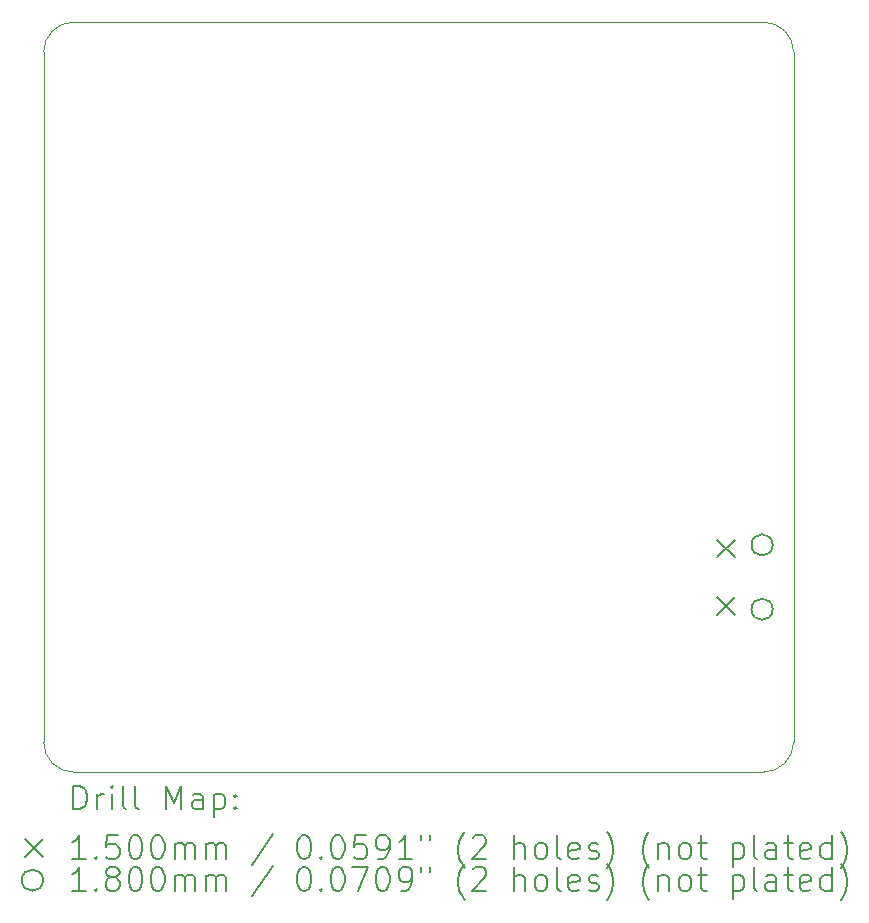
<source format=gbr>
%FSLAX45Y45*%
G04 Gerber Fmt 4.5, Leading zero omitted, Abs format (unit mm)*
G04 Created by KiCad (PCBNEW (6.0.4)) date 2022-08-14 09:35:26*
%MOMM*%
%LPD*%
G01*
G04 APERTURE LIST*
%TA.AperFunction,Profile*%
%ADD10C,0.100000*%
%TD*%
%ADD11C,0.200000*%
%ADD12C,0.150000*%
%ADD13C,0.180000*%
G04 APERTURE END LIST*
D10*
X11938000Y-7747000D02*
G75*
G03*
X11684000Y-8001000I0J-254000D01*
G01*
X11938000Y-7747000D02*
X17780000Y-7747000D01*
X18034000Y-8001000D02*
G75*
G03*
X17780000Y-7747000I-254000J0D01*
G01*
X17780000Y-14097000D02*
X11938000Y-14097000D01*
X11684000Y-13843000D02*
X11684000Y-8001000D01*
X11684000Y-13843000D02*
G75*
G03*
X11938000Y-14097000I254000J0D01*
G01*
X17780000Y-14097000D02*
G75*
G03*
X18034000Y-13843000I0J254000D01*
G01*
X18034000Y-8001000D02*
X18034000Y-13843000D01*
D11*
D12*
X17389000Y-12128500D02*
X17539000Y-12278500D01*
X17539000Y-12128500D02*
X17389000Y-12278500D01*
X17389000Y-12613500D02*
X17539000Y-12763500D01*
X17539000Y-12613500D02*
X17389000Y-12763500D01*
D13*
X17857000Y-12173500D02*
G75*
G03*
X17857000Y-12173500I-90000J0D01*
G01*
X17857000Y-12718500D02*
G75*
G03*
X17857000Y-12718500I-90000J0D01*
G01*
D11*
X11936619Y-14412476D02*
X11936619Y-14212476D01*
X11984238Y-14212476D01*
X12012809Y-14222000D01*
X12031857Y-14241048D01*
X12041381Y-14260095D01*
X12050905Y-14298190D01*
X12050905Y-14326762D01*
X12041381Y-14364857D01*
X12031857Y-14383905D01*
X12012809Y-14402952D01*
X11984238Y-14412476D01*
X11936619Y-14412476D01*
X12136619Y-14412476D02*
X12136619Y-14279143D01*
X12136619Y-14317238D02*
X12146143Y-14298190D01*
X12155667Y-14288667D01*
X12174714Y-14279143D01*
X12193762Y-14279143D01*
X12260428Y-14412476D02*
X12260428Y-14279143D01*
X12260428Y-14212476D02*
X12250905Y-14222000D01*
X12260428Y-14231524D01*
X12269952Y-14222000D01*
X12260428Y-14212476D01*
X12260428Y-14231524D01*
X12384238Y-14412476D02*
X12365190Y-14402952D01*
X12355667Y-14383905D01*
X12355667Y-14212476D01*
X12489000Y-14412476D02*
X12469952Y-14402952D01*
X12460428Y-14383905D01*
X12460428Y-14212476D01*
X12717571Y-14412476D02*
X12717571Y-14212476D01*
X12784238Y-14355333D01*
X12850905Y-14212476D01*
X12850905Y-14412476D01*
X13031857Y-14412476D02*
X13031857Y-14307714D01*
X13022333Y-14288667D01*
X13003286Y-14279143D01*
X12965190Y-14279143D01*
X12946143Y-14288667D01*
X13031857Y-14402952D02*
X13012809Y-14412476D01*
X12965190Y-14412476D01*
X12946143Y-14402952D01*
X12936619Y-14383905D01*
X12936619Y-14364857D01*
X12946143Y-14345809D01*
X12965190Y-14336286D01*
X13012809Y-14336286D01*
X13031857Y-14326762D01*
X13127095Y-14279143D02*
X13127095Y-14479143D01*
X13127095Y-14288667D02*
X13146143Y-14279143D01*
X13184238Y-14279143D01*
X13203286Y-14288667D01*
X13212809Y-14298190D01*
X13222333Y-14317238D01*
X13222333Y-14374381D01*
X13212809Y-14393428D01*
X13203286Y-14402952D01*
X13184238Y-14412476D01*
X13146143Y-14412476D01*
X13127095Y-14402952D01*
X13308048Y-14393428D02*
X13317571Y-14402952D01*
X13308048Y-14412476D01*
X13298524Y-14402952D01*
X13308048Y-14393428D01*
X13308048Y-14412476D01*
X13308048Y-14288667D02*
X13317571Y-14298190D01*
X13308048Y-14307714D01*
X13298524Y-14298190D01*
X13308048Y-14288667D01*
X13308048Y-14307714D01*
D12*
X11529000Y-14667000D02*
X11679000Y-14817000D01*
X11679000Y-14667000D02*
X11529000Y-14817000D01*
D11*
X12041381Y-14832476D02*
X11927095Y-14832476D01*
X11984238Y-14832476D02*
X11984238Y-14632476D01*
X11965190Y-14661048D01*
X11946143Y-14680095D01*
X11927095Y-14689619D01*
X12127095Y-14813428D02*
X12136619Y-14822952D01*
X12127095Y-14832476D01*
X12117571Y-14822952D01*
X12127095Y-14813428D01*
X12127095Y-14832476D01*
X12317571Y-14632476D02*
X12222333Y-14632476D01*
X12212809Y-14727714D01*
X12222333Y-14718190D01*
X12241381Y-14708667D01*
X12289000Y-14708667D01*
X12308048Y-14718190D01*
X12317571Y-14727714D01*
X12327095Y-14746762D01*
X12327095Y-14794381D01*
X12317571Y-14813428D01*
X12308048Y-14822952D01*
X12289000Y-14832476D01*
X12241381Y-14832476D01*
X12222333Y-14822952D01*
X12212809Y-14813428D01*
X12450905Y-14632476D02*
X12469952Y-14632476D01*
X12489000Y-14642000D01*
X12498524Y-14651524D01*
X12508048Y-14670571D01*
X12517571Y-14708667D01*
X12517571Y-14756286D01*
X12508048Y-14794381D01*
X12498524Y-14813428D01*
X12489000Y-14822952D01*
X12469952Y-14832476D01*
X12450905Y-14832476D01*
X12431857Y-14822952D01*
X12422333Y-14813428D01*
X12412809Y-14794381D01*
X12403286Y-14756286D01*
X12403286Y-14708667D01*
X12412809Y-14670571D01*
X12422333Y-14651524D01*
X12431857Y-14642000D01*
X12450905Y-14632476D01*
X12641381Y-14632476D02*
X12660428Y-14632476D01*
X12679476Y-14642000D01*
X12689000Y-14651524D01*
X12698524Y-14670571D01*
X12708048Y-14708667D01*
X12708048Y-14756286D01*
X12698524Y-14794381D01*
X12689000Y-14813428D01*
X12679476Y-14822952D01*
X12660428Y-14832476D01*
X12641381Y-14832476D01*
X12622333Y-14822952D01*
X12612809Y-14813428D01*
X12603286Y-14794381D01*
X12593762Y-14756286D01*
X12593762Y-14708667D01*
X12603286Y-14670571D01*
X12612809Y-14651524D01*
X12622333Y-14642000D01*
X12641381Y-14632476D01*
X12793762Y-14832476D02*
X12793762Y-14699143D01*
X12793762Y-14718190D02*
X12803286Y-14708667D01*
X12822333Y-14699143D01*
X12850905Y-14699143D01*
X12869952Y-14708667D01*
X12879476Y-14727714D01*
X12879476Y-14832476D01*
X12879476Y-14727714D02*
X12889000Y-14708667D01*
X12908048Y-14699143D01*
X12936619Y-14699143D01*
X12955667Y-14708667D01*
X12965190Y-14727714D01*
X12965190Y-14832476D01*
X13060428Y-14832476D02*
X13060428Y-14699143D01*
X13060428Y-14718190D02*
X13069952Y-14708667D01*
X13089000Y-14699143D01*
X13117571Y-14699143D01*
X13136619Y-14708667D01*
X13146143Y-14727714D01*
X13146143Y-14832476D01*
X13146143Y-14727714D02*
X13155667Y-14708667D01*
X13174714Y-14699143D01*
X13203286Y-14699143D01*
X13222333Y-14708667D01*
X13231857Y-14727714D01*
X13231857Y-14832476D01*
X13622333Y-14622952D02*
X13450905Y-14880095D01*
X13879476Y-14632476D02*
X13898524Y-14632476D01*
X13917571Y-14642000D01*
X13927095Y-14651524D01*
X13936619Y-14670571D01*
X13946143Y-14708667D01*
X13946143Y-14756286D01*
X13936619Y-14794381D01*
X13927095Y-14813428D01*
X13917571Y-14822952D01*
X13898524Y-14832476D01*
X13879476Y-14832476D01*
X13860428Y-14822952D01*
X13850905Y-14813428D01*
X13841381Y-14794381D01*
X13831857Y-14756286D01*
X13831857Y-14708667D01*
X13841381Y-14670571D01*
X13850905Y-14651524D01*
X13860428Y-14642000D01*
X13879476Y-14632476D01*
X14031857Y-14813428D02*
X14041381Y-14822952D01*
X14031857Y-14832476D01*
X14022333Y-14822952D01*
X14031857Y-14813428D01*
X14031857Y-14832476D01*
X14165190Y-14632476D02*
X14184238Y-14632476D01*
X14203286Y-14642000D01*
X14212809Y-14651524D01*
X14222333Y-14670571D01*
X14231857Y-14708667D01*
X14231857Y-14756286D01*
X14222333Y-14794381D01*
X14212809Y-14813428D01*
X14203286Y-14822952D01*
X14184238Y-14832476D01*
X14165190Y-14832476D01*
X14146143Y-14822952D01*
X14136619Y-14813428D01*
X14127095Y-14794381D01*
X14117571Y-14756286D01*
X14117571Y-14708667D01*
X14127095Y-14670571D01*
X14136619Y-14651524D01*
X14146143Y-14642000D01*
X14165190Y-14632476D01*
X14412809Y-14632476D02*
X14317571Y-14632476D01*
X14308048Y-14727714D01*
X14317571Y-14718190D01*
X14336619Y-14708667D01*
X14384238Y-14708667D01*
X14403286Y-14718190D01*
X14412809Y-14727714D01*
X14422333Y-14746762D01*
X14422333Y-14794381D01*
X14412809Y-14813428D01*
X14403286Y-14822952D01*
X14384238Y-14832476D01*
X14336619Y-14832476D01*
X14317571Y-14822952D01*
X14308048Y-14813428D01*
X14517571Y-14832476D02*
X14555667Y-14832476D01*
X14574714Y-14822952D01*
X14584238Y-14813428D01*
X14603286Y-14784857D01*
X14612809Y-14746762D01*
X14612809Y-14670571D01*
X14603286Y-14651524D01*
X14593762Y-14642000D01*
X14574714Y-14632476D01*
X14536619Y-14632476D01*
X14517571Y-14642000D01*
X14508048Y-14651524D01*
X14498524Y-14670571D01*
X14498524Y-14718190D01*
X14508048Y-14737238D01*
X14517571Y-14746762D01*
X14536619Y-14756286D01*
X14574714Y-14756286D01*
X14593762Y-14746762D01*
X14603286Y-14737238D01*
X14612809Y-14718190D01*
X14803286Y-14832476D02*
X14689000Y-14832476D01*
X14746143Y-14832476D02*
X14746143Y-14632476D01*
X14727095Y-14661048D01*
X14708048Y-14680095D01*
X14689000Y-14689619D01*
X14879476Y-14632476D02*
X14879476Y-14670571D01*
X14955667Y-14632476D02*
X14955667Y-14670571D01*
X15250905Y-14908667D02*
X15241381Y-14899143D01*
X15222333Y-14870571D01*
X15212809Y-14851524D01*
X15203286Y-14822952D01*
X15193762Y-14775333D01*
X15193762Y-14737238D01*
X15203286Y-14689619D01*
X15212809Y-14661048D01*
X15222333Y-14642000D01*
X15241381Y-14613428D01*
X15250905Y-14603905D01*
X15317571Y-14651524D02*
X15327095Y-14642000D01*
X15346143Y-14632476D01*
X15393762Y-14632476D01*
X15412809Y-14642000D01*
X15422333Y-14651524D01*
X15431857Y-14670571D01*
X15431857Y-14689619D01*
X15422333Y-14718190D01*
X15308048Y-14832476D01*
X15431857Y-14832476D01*
X15669952Y-14832476D02*
X15669952Y-14632476D01*
X15755667Y-14832476D02*
X15755667Y-14727714D01*
X15746143Y-14708667D01*
X15727095Y-14699143D01*
X15698524Y-14699143D01*
X15679476Y-14708667D01*
X15669952Y-14718190D01*
X15879476Y-14832476D02*
X15860428Y-14822952D01*
X15850905Y-14813428D01*
X15841381Y-14794381D01*
X15841381Y-14737238D01*
X15850905Y-14718190D01*
X15860428Y-14708667D01*
X15879476Y-14699143D01*
X15908048Y-14699143D01*
X15927095Y-14708667D01*
X15936619Y-14718190D01*
X15946143Y-14737238D01*
X15946143Y-14794381D01*
X15936619Y-14813428D01*
X15927095Y-14822952D01*
X15908048Y-14832476D01*
X15879476Y-14832476D01*
X16060428Y-14832476D02*
X16041381Y-14822952D01*
X16031857Y-14803905D01*
X16031857Y-14632476D01*
X16212809Y-14822952D02*
X16193762Y-14832476D01*
X16155667Y-14832476D01*
X16136619Y-14822952D01*
X16127095Y-14803905D01*
X16127095Y-14727714D01*
X16136619Y-14708667D01*
X16155667Y-14699143D01*
X16193762Y-14699143D01*
X16212809Y-14708667D01*
X16222333Y-14727714D01*
X16222333Y-14746762D01*
X16127095Y-14765809D01*
X16298524Y-14822952D02*
X16317571Y-14832476D01*
X16355667Y-14832476D01*
X16374714Y-14822952D01*
X16384238Y-14803905D01*
X16384238Y-14794381D01*
X16374714Y-14775333D01*
X16355667Y-14765809D01*
X16327095Y-14765809D01*
X16308048Y-14756286D01*
X16298524Y-14737238D01*
X16298524Y-14727714D01*
X16308048Y-14708667D01*
X16327095Y-14699143D01*
X16355667Y-14699143D01*
X16374714Y-14708667D01*
X16450905Y-14908667D02*
X16460428Y-14899143D01*
X16479476Y-14870571D01*
X16489000Y-14851524D01*
X16498524Y-14822952D01*
X16508048Y-14775333D01*
X16508048Y-14737238D01*
X16498524Y-14689619D01*
X16489000Y-14661048D01*
X16479476Y-14642000D01*
X16460428Y-14613428D01*
X16450905Y-14603905D01*
X16812810Y-14908667D02*
X16803286Y-14899143D01*
X16784238Y-14870571D01*
X16774714Y-14851524D01*
X16765190Y-14822952D01*
X16755667Y-14775333D01*
X16755667Y-14737238D01*
X16765190Y-14689619D01*
X16774714Y-14661048D01*
X16784238Y-14642000D01*
X16803286Y-14613428D01*
X16812810Y-14603905D01*
X16889000Y-14699143D02*
X16889000Y-14832476D01*
X16889000Y-14718190D02*
X16898524Y-14708667D01*
X16917571Y-14699143D01*
X16946143Y-14699143D01*
X16965190Y-14708667D01*
X16974714Y-14727714D01*
X16974714Y-14832476D01*
X17098524Y-14832476D02*
X17079476Y-14822952D01*
X17069952Y-14813428D01*
X17060429Y-14794381D01*
X17060429Y-14737238D01*
X17069952Y-14718190D01*
X17079476Y-14708667D01*
X17098524Y-14699143D01*
X17127095Y-14699143D01*
X17146143Y-14708667D01*
X17155667Y-14718190D01*
X17165190Y-14737238D01*
X17165190Y-14794381D01*
X17155667Y-14813428D01*
X17146143Y-14822952D01*
X17127095Y-14832476D01*
X17098524Y-14832476D01*
X17222333Y-14699143D02*
X17298524Y-14699143D01*
X17250905Y-14632476D02*
X17250905Y-14803905D01*
X17260429Y-14822952D01*
X17279476Y-14832476D01*
X17298524Y-14832476D01*
X17517571Y-14699143D02*
X17517571Y-14899143D01*
X17517571Y-14708667D02*
X17536619Y-14699143D01*
X17574714Y-14699143D01*
X17593762Y-14708667D01*
X17603286Y-14718190D01*
X17612810Y-14737238D01*
X17612810Y-14794381D01*
X17603286Y-14813428D01*
X17593762Y-14822952D01*
X17574714Y-14832476D01*
X17536619Y-14832476D01*
X17517571Y-14822952D01*
X17727095Y-14832476D02*
X17708048Y-14822952D01*
X17698524Y-14803905D01*
X17698524Y-14632476D01*
X17889000Y-14832476D02*
X17889000Y-14727714D01*
X17879476Y-14708667D01*
X17860429Y-14699143D01*
X17822333Y-14699143D01*
X17803286Y-14708667D01*
X17889000Y-14822952D02*
X17869952Y-14832476D01*
X17822333Y-14832476D01*
X17803286Y-14822952D01*
X17793762Y-14803905D01*
X17793762Y-14784857D01*
X17803286Y-14765809D01*
X17822333Y-14756286D01*
X17869952Y-14756286D01*
X17889000Y-14746762D01*
X17955667Y-14699143D02*
X18031857Y-14699143D01*
X17984238Y-14632476D02*
X17984238Y-14803905D01*
X17993762Y-14822952D01*
X18012810Y-14832476D01*
X18031857Y-14832476D01*
X18174714Y-14822952D02*
X18155667Y-14832476D01*
X18117571Y-14832476D01*
X18098524Y-14822952D01*
X18089000Y-14803905D01*
X18089000Y-14727714D01*
X18098524Y-14708667D01*
X18117571Y-14699143D01*
X18155667Y-14699143D01*
X18174714Y-14708667D01*
X18184238Y-14727714D01*
X18184238Y-14746762D01*
X18089000Y-14765809D01*
X18355667Y-14832476D02*
X18355667Y-14632476D01*
X18355667Y-14822952D02*
X18336619Y-14832476D01*
X18298524Y-14832476D01*
X18279476Y-14822952D01*
X18269952Y-14813428D01*
X18260429Y-14794381D01*
X18260429Y-14737238D01*
X18269952Y-14718190D01*
X18279476Y-14708667D01*
X18298524Y-14699143D01*
X18336619Y-14699143D01*
X18355667Y-14708667D01*
X18431857Y-14908667D02*
X18441381Y-14899143D01*
X18460429Y-14870571D01*
X18469952Y-14851524D01*
X18479476Y-14822952D01*
X18489000Y-14775333D01*
X18489000Y-14737238D01*
X18479476Y-14689619D01*
X18469952Y-14661048D01*
X18460429Y-14642000D01*
X18441381Y-14613428D01*
X18431857Y-14603905D01*
D13*
X11679000Y-15012000D02*
G75*
G03*
X11679000Y-15012000I-90000J0D01*
G01*
D11*
X12041381Y-15102476D02*
X11927095Y-15102476D01*
X11984238Y-15102476D02*
X11984238Y-14902476D01*
X11965190Y-14931048D01*
X11946143Y-14950095D01*
X11927095Y-14959619D01*
X12127095Y-15083428D02*
X12136619Y-15092952D01*
X12127095Y-15102476D01*
X12117571Y-15092952D01*
X12127095Y-15083428D01*
X12127095Y-15102476D01*
X12250905Y-14988190D02*
X12231857Y-14978667D01*
X12222333Y-14969143D01*
X12212809Y-14950095D01*
X12212809Y-14940571D01*
X12222333Y-14921524D01*
X12231857Y-14912000D01*
X12250905Y-14902476D01*
X12289000Y-14902476D01*
X12308048Y-14912000D01*
X12317571Y-14921524D01*
X12327095Y-14940571D01*
X12327095Y-14950095D01*
X12317571Y-14969143D01*
X12308048Y-14978667D01*
X12289000Y-14988190D01*
X12250905Y-14988190D01*
X12231857Y-14997714D01*
X12222333Y-15007238D01*
X12212809Y-15026286D01*
X12212809Y-15064381D01*
X12222333Y-15083428D01*
X12231857Y-15092952D01*
X12250905Y-15102476D01*
X12289000Y-15102476D01*
X12308048Y-15092952D01*
X12317571Y-15083428D01*
X12327095Y-15064381D01*
X12327095Y-15026286D01*
X12317571Y-15007238D01*
X12308048Y-14997714D01*
X12289000Y-14988190D01*
X12450905Y-14902476D02*
X12469952Y-14902476D01*
X12489000Y-14912000D01*
X12498524Y-14921524D01*
X12508048Y-14940571D01*
X12517571Y-14978667D01*
X12517571Y-15026286D01*
X12508048Y-15064381D01*
X12498524Y-15083428D01*
X12489000Y-15092952D01*
X12469952Y-15102476D01*
X12450905Y-15102476D01*
X12431857Y-15092952D01*
X12422333Y-15083428D01*
X12412809Y-15064381D01*
X12403286Y-15026286D01*
X12403286Y-14978667D01*
X12412809Y-14940571D01*
X12422333Y-14921524D01*
X12431857Y-14912000D01*
X12450905Y-14902476D01*
X12641381Y-14902476D02*
X12660428Y-14902476D01*
X12679476Y-14912000D01*
X12689000Y-14921524D01*
X12698524Y-14940571D01*
X12708048Y-14978667D01*
X12708048Y-15026286D01*
X12698524Y-15064381D01*
X12689000Y-15083428D01*
X12679476Y-15092952D01*
X12660428Y-15102476D01*
X12641381Y-15102476D01*
X12622333Y-15092952D01*
X12612809Y-15083428D01*
X12603286Y-15064381D01*
X12593762Y-15026286D01*
X12593762Y-14978667D01*
X12603286Y-14940571D01*
X12612809Y-14921524D01*
X12622333Y-14912000D01*
X12641381Y-14902476D01*
X12793762Y-15102476D02*
X12793762Y-14969143D01*
X12793762Y-14988190D02*
X12803286Y-14978667D01*
X12822333Y-14969143D01*
X12850905Y-14969143D01*
X12869952Y-14978667D01*
X12879476Y-14997714D01*
X12879476Y-15102476D01*
X12879476Y-14997714D02*
X12889000Y-14978667D01*
X12908048Y-14969143D01*
X12936619Y-14969143D01*
X12955667Y-14978667D01*
X12965190Y-14997714D01*
X12965190Y-15102476D01*
X13060428Y-15102476D02*
X13060428Y-14969143D01*
X13060428Y-14988190D02*
X13069952Y-14978667D01*
X13089000Y-14969143D01*
X13117571Y-14969143D01*
X13136619Y-14978667D01*
X13146143Y-14997714D01*
X13146143Y-15102476D01*
X13146143Y-14997714D02*
X13155667Y-14978667D01*
X13174714Y-14969143D01*
X13203286Y-14969143D01*
X13222333Y-14978667D01*
X13231857Y-14997714D01*
X13231857Y-15102476D01*
X13622333Y-14892952D02*
X13450905Y-15150095D01*
X13879476Y-14902476D02*
X13898524Y-14902476D01*
X13917571Y-14912000D01*
X13927095Y-14921524D01*
X13936619Y-14940571D01*
X13946143Y-14978667D01*
X13946143Y-15026286D01*
X13936619Y-15064381D01*
X13927095Y-15083428D01*
X13917571Y-15092952D01*
X13898524Y-15102476D01*
X13879476Y-15102476D01*
X13860428Y-15092952D01*
X13850905Y-15083428D01*
X13841381Y-15064381D01*
X13831857Y-15026286D01*
X13831857Y-14978667D01*
X13841381Y-14940571D01*
X13850905Y-14921524D01*
X13860428Y-14912000D01*
X13879476Y-14902476D01*
X14031857Y-15083428D02*
X14041381Y-15092952D01*
X14031857Y-15102476D01*
X14022333Y-15092952D01*
X14031857Y-15083428D01*
X14031857Y-15102476D01*
X14165190Y-14902476D02*
X14184238Y-14902476D01*
X14203286Y-14912000D01*
X14212809Y-14921524D01*
X14222333Y-14940571D01*
X14231857Y-14978667D01*
X14231857Y-15026286D01*
X14222333Y-15064381D01*
X14212809Y-15083428D01*
X14203286Y-15092952D01*
X14184238Y-15102476D01*
X14165190Y-15102476D01*
X14146143Y-15092952D01*
X14136619Y-15083428D01*
X14127095Y-15064381D01*
X14117571Y-15026286D01*
X14117571Y-14978667D01*
X14127095Y-14940571D01*
X14136619Y-14921524D01*
X14146143Y-14912000D01*
X14165190Y-14902476D01*
X14298524Y-14902476D02*
X14431857Y-14902476D01*
X14346143Y-15102476D01*
X14546143Y-14902476D02*
X14565190Y-14902476D01*
X14584238Y-14912000D01*
X14593762Y-14921524D01*
X14603286Y-14940571D01*
X14612809Y-14978667D01*
X14612809Y-15026286D01*
X14603286Y-15064381D01*
X14593762Y-15083428D01*
X14584238Y-15092952D01*
X14565190Y-15102476D01*
X14546143Y-15102476D01*
X14527095Y-15092952D01*
X14517571Y-15083428D01*
X14508048Y-15064381D01*
X14498524Y-15026286D01*
X14498524Y-14978667D01*
X14508048Y-14940571D01*
X14517571Y-14921524D01*
X14527095Y-14912000D01*
X14546143Y-14902476D01*
X14708048Y-15102476D02*
X14746143Y-15102476D01*
X14765190Y-15092952D01*
X14774714Y-15083428D01*
X14793762Y-15054857D01*
X14803286Y-15016762D01*
X14803286Y-14940571D01*
X14793762Y-14921524D01*
X14784238Y-14912000D01*
X14765190Y-14902476D01*
X14727095Y-14902476D01*
X14708048Y-14912000D01*
X14698524Y-14921524D01*
X14689000Y-14940571D01*
X14689000Y-14988190D01*
X14698524Y-15007238D01*
X14708048Y-15016762D01*
X14727095Y-15026286D01*
X14765190Y-15026286D01*
X14784238Y-15016762D01*
X14793762Y-15007238D01*
X14803286Y-14988190D01*
X14879476Y-14902476D02*
X14879476Y-14940571D01*
X14955667Y-14902476D02*
X14955667Y-14940571D01*
X15250905Y-15178667D02*
X15241381Y-15169143D01*
X15222333Y-15140571D01*
X15212809Y-15121524D01*
X15203286Y-15092952D01*
X15193762Y-15045333D01*
X15193762Y-15007238D01*
X15203286Y-14959619D01*
X15212809Y-14931048D01*
X15222333Y-14912000D01*
X15241381Y-14883428D01*
X15250905Y-14873905D01*
X15317571Y-14921524D02*
X15327095Y-14912000D01*
X15346143Y-14902476D01*
X15393762Y-14902476D01*
X15412809Y-14912000D01*
X15422333Y-14921524D01*
X15431857Y-14940571D01*
X15431857Y-14959619D01*
X15422333Y-14988190D01*
X15308048Y-15102476D01*
X15431857Y-15102476D01*
X15669952Y-15102476D02*
X15669952Y-14902476D01*
X15755667Y-15102476D02*
X15755667Y-14997714D01*
X15746143Y-14978667D01*
X15727095Y-14969143D01*
X15698524Y-14969143D01*
X15679476Y-14978667D01*
X15669952Y-14988190D01*
X15879476Y-15102476D02*
X15860428Y-15092952D01*
X15850905Y-15083428D01*
X15841381Y-15064381D01*
X15841381Y-15007238D01*
X15850905Y-14988190D01*
X15860428Y-14978667D01*
X15879476Y-14969143D01*
X15908048Y-14969143D01*
X15927095Y-14978667D01*
X15936619Y-14988190D01*
X15946143Y-15007238D01*
X15946143Y-15064381D01*
X15936619Y-15083428D01*
X15927095Y-15092952D01*
X15908048Y-15102476D01*
X15879476Y-15102476D01*
X16060428Y-15102476D02*
X16041381Y-15092952D01*
X16031857Y-15073905D01*
X16031857Y-14902476D01*
X16212809Y-15092952D02*
X16193762Y-15102476D01*
X16155667Y-15102476D01*
X16136619Y-15092952D01*
X16127095Y-15073905D01*
X16127095Y-14997714D01*
X16136619Y-14978667D01*
X16155667Y-14969143D01*
X16193762Y-14969143D01*
X16212809Y-14978667D01*
X16222333Y-14997714D01*
X16222333Y-15016762D01*
X16127095Y-15035809D01*
X16298524Y-15092952D02*
X16317571Y-15102476D01*
X16355667Y-15102476D01*
X16374714Y-15092952D01*
X16384238Y-15073905D01*
X16384238Y-15064381D01*
X16374714Y-15045333D01*
X16355667Y-15035809D01*
X16327095Y-15035809D01*
X16308048Y-15026286D01*
X16298524Y-15007238D01*
X16298524Y-14997714D01*
X16308048Y-14978667D01*
X16327095Y-14969143D01*
X16355667Y-14969143D01*
X16374714Y-14978667D01*
X16450905Y-15178667D02*
X16460428Y-15169143D01*
X16479476Y-15140571D01*
X16489000Y-15121524D01*
X16498524Y-15092952D01*
X16508048Y-15045333D01*
X16508048Y-15007238D01*
X16498524Y-14959619D01*
X16489000Y-14931048D01*
X16479476Y-14912000D01*
X16460428Y-14883428D01*
X16450905Y-14873905D01*
X16812810Y-15178667D02*
X16803286Y-15169143D01*
X16784238Y-15140571D01*
X16774714Y-15121524D01*
X16765190Y-15092952D01*
X16755667Y-15045333D01*
X16755667Y-15007238D01*
X16765190Y-14959619D01*
X16774714Y-14931048D01*
X16784238Y-14912000D01*
X16803286Y-14883428D01*
X16812810Y-14873905D01*
X16889000Y-14969143D02*
X16889000Y-15102476D01*
X16889000Y-14988190D02*
X16898524Y-14978667D01*
X16917571Y-14969143D01*
X16946143Y-14969143D01*
X16965190Y-14978667D01*
X16974714Y-14997714D01*
X16974714Y-15102476D01*
X17098524Y-15102476D02*
X17079476Y-15092952D01*
X17069952Y-15083428D01*
X17060429Y-15064381D01*
X17060429Y-15007238D01*
X17069952Y-14988190D01*
X17079476Y-14978667D01*
X17098524Y-14969143D01*
X17127095Y-14969143D01*
X17146143Y-14978667D01*
X17155667Y-14988190D01*
X17165190Y-15007238D01*
X17165190Y-15064381D01*
X17155667Y-15083428D01*
X17146143Y-15092952D01*
X17127095Y-15102476D01*
X17098524Y-15102476D01*
X17222333Y-14969143D02*
X17298524Y-14969143D01*
X17250905Y-14902476D02*
X17250905Y-15073905D01*
X17260429Y-15092952D01*
X17279476Y-15102476D01*
X17298524Y-15102476D01*
X17517571Y-14969143D02*
X17517571Y-15169143D01*
X17517571Y-14978667D02*
X17536619Y-14969143D01*
X17574714Y-14969143D01*
X17593762Y-14978667D01*
X17603286Y-14988190D01*
X17612810Y-15007238D01*
X17612810Y-15064381D01*
X17603286Y-15083428D01*
X17593762Y-15092952D01*
X17574714Y-15102476D01*
X17536619Y-15102476D01*
X17517571Y-15092952D01*
X17727095Y-15102476D02*
X17708048Y-15092952D01*
X17698524Y-15073905D01*
X17698524Y-14902476D01*
X17889000Y-15102476D02*
X17889000Y-14997714D01*
X17879476Y-14978667D01*
X17860429Y-14969143D01*
X17822333Y-14969143D01*
X17803286Y-14978667D01*
X17889000Y-15092952D02*
X17869952Y-15102476D01*
X17822333Y-15102476D01*
X17803286Y-15092952D01*
X17793762Y-15073905D01*
X17793762Y-15054857D01*
X17803286Y-15035809D01*
X17822333Y-15026286D01*
X17869952Y-15026286D01*
X17889000Y-15016762D01*
X17955667Y-14969143D02*
X18031857Y-14969143D01*
X17984238Y-14902476D02*
X17984238Y-15073905D01*
X17993762Y-15092952D01*
X18012810Y-15102476D01*
X18031857Y-15102476D01*
X18174714Y-15092952D02*
X18155667Y-15102476D01*
X18117571Y-15102476D01*
X18098524Y-15092952D01*
X18089000Y-15073905D01*
X18089000Y-14997714D01*
X18098524Y-14978667D01*
X18117571Y-14969143D01*
X18155667Y-14969143D01*
X18174714Y-14978667D01*
X18184238Y-14997714D01*
X18184238Y-15016762D01*
X18089000Y-15035809D01*
X18355667Y-15102476D02*
X18355667Y-14902476D01*
X18355667Y-15092952D02*
X18336619Y-15102476D01*
X18298524Y-15102476D01*
X18279476Y-15092952D01*
X18269952Y-15083428D01*
X18260429Y-15064381D01*
X18260429Y-15007238D01*
X18269952Y-14988190D01*
X18279476Y-14978667D01*
X18298524Y-14969143D01*
X18336619Y-14969143D01*
X18355667Y-14978667D01*
X18431857Y-15178667D02*
X18441381Y-15169143D01*
X18460429Y-15140571D01*
X18469952Y-15121524D01*
X18479476Y-15092952D01*
X18489000Y-15045333D01*
X18489000Y-15007238D01*
X18479476Y-14959619D01*
X18469952Y-14931048D01*
X18460429Y-14912000D01*
X18441381Y-14883428D01*
X18431857Y-14873905D01*
M02*

</source>
